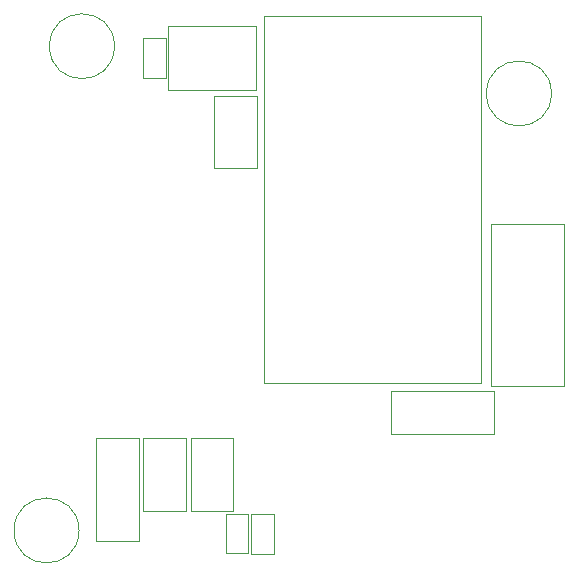
<source format=gbr>
G04 #@! TF.GenerationSoftware,KiCad,Pcbnew,(5.1.9)-1*
G04 #@! TF.CreationDate,2021-10-30T20:33:53-06:00*
G04 #@! TF.ProjectId,ralt_controller,72616c74-5f63-46f6-9e74-726f6c6c6572,1*
G04 #@! TF.SameCoordinates,Original*
G04 #@! TF.FileFunction,Other,User*
%FSLAX46Y46*%
G04 Gerber Fmt 4.6, Leading zero omitted, Abs format (unit mm)*
G04 Created by KiCad (PCBNEW (5.1.9)-1) date 2021-10-30 20:33:53*
%MOMM*%
%LPD*%
G01*
G04 APERTURE LIST*
%ADD10C,0.050000*%
G04 APERTURE END LIST*
D10*
X51048000Y-93767500D02*
X49148000Y-93767500D01*
X49148000Y-93767500D02*
X49148000Y-90407500D01*
X49148000Y-90407500D02*
X51048000Y-90407500D01*
X51048000Y-90407500D02*
X51048000Y-93767500D01*
X46989000Y-90384000D02*
X48889000Y-90384000D01*
X48889000Y-90384000D02*
X48889000Y-93744000D01*
X48889000Y-93744000D02*
X46989000Y-93744000D01*
X46989000Y-93744000D02*
X46989000Y-90384000D01*
X61010000Y-83610000D02*
X69660000Y-83610000D01*
X69660000Y-83610000D02*
X69660000Y-80010000D01*
X69660000Y-80010000D02*
X61010000Y-80010000D01*
X61010000Y-80010000D02*
X61010000Y-83610000D01*
X41934000Y-53505000D02*
X39974000Y-53505000D01*
X39974000Y-53505000D02*
X39974000Y-50105000D01*
X39974000Y-50105000D02*
X41934000Y-50105000D01*
X41934000Y-50105000D02*
X41934000Y-53505000D01*
X49510000Y-54510000D02*
X49510000Y-49110000D01*
X49510000Y-49110000D02*
X42110000Y-49110000D01*
X42110000Y-49110000D02*
X42110000Y-54510000D01*
X42110000Y-54510000D02*
X49510000Y-54510000D01*
X50260000Y-48210000D02*
X50260000Y-79360000D01*
X50260000Y-79360000D02*
X68610000Y-79360000D01*
X68610000Y-79360000D02*
X68610000Y-48210000D01*
X68610000Y-48210000D02*
X50260000Y-48210000D01*
X74560000Y-54810000D02*
G75*
G03*
X74560000Y-54810000I-2750000J0D01*
G01*
X34560000Y-91810000D02*
G75*
G03*
X34560000Y-91810000I-2750000J0D01*
G01*
X37560000Y-50810000D02*
G75*
G03*
X37560000Y-50810000I-2750000J0D01*
G01*
X46010000Y-55010000D02*
X46010000Y-61160000D01*
X46010000Y-61160000D02*
X49610000Y-61160000D01*
X49610000Y-61160000D02*
X49610000Y-55010000D01*
X49610000Y-55010000D02*
X46010000Y-55010000D01*
X36010000Y-84010000D02*
X36010000Y-92660000D01*
X36010000Y-92660000D02*
X39610000Y-92660000D01*
X39610000Y-92660000D02*
X39610000Y-84010000D01*
X39610000Y-84010000D02*
X36010000Y-84010000D01*
X44010000Y-84010000D02*
X44010000Y-90160000D01*
X44010000Y-90160000D02*
X47610000Y-90160000D01*
X47610000Y-90160000D02*
X47610000Y-84010000D01*
X47610000Y-84010000D02*
X44010000Y-84010000D01*
X40010000Y-84010000D02*
X40010000Y-90160000D01*
X40010000Y-90160000D02*
X43610000Y-90160000D01*
X43610000Y-90160000D02*
X43610000Y-84010000D01*
X43610000Y-84010000D02*
X40010000Y-84010000D01*
X75610000Y-79610000D02*
X75610000Y-65860000D01*
X75610000Y-65860000D02*
X69460000Y-65860000D01*
X69460000Y-65860000D02*
X69460000Y-79610000D01*
X69460000Y-79610000D02*
X75610000Y-79610000D01*
M02*

</source>
